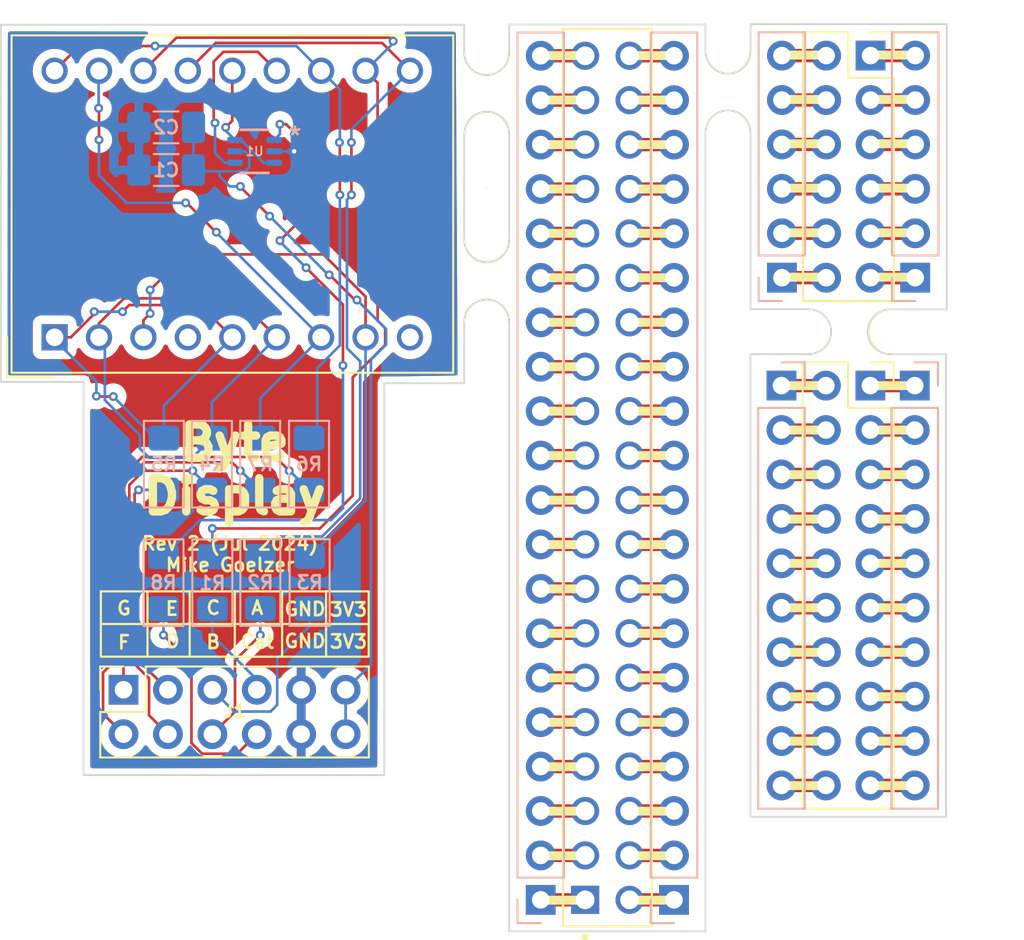
<source format=kicad_pcb>
(kicad_pcb (version 20240108) (generator "pcbnew") (generator_version "8.0")
  (layers (0 "F.Cu" signal) (31 "B.Cu" signal) (34 "B.Paste" user) (35 "F.Paste" user) (36 "B.SilkS" user "B.Silkscreen") (37 "F.SilkS" user "F.Silkscreen") (38 "B.Mask" user) (39 "F.Mask" user) (44 "Edge.Cuts" user))
  (net 0 "")
  (net 1 "+3V3")
  (net 2 "GND")
  (net 3 "7SEG_E")
  (net 4 "7SEG_CAT")
  (net 5 "7SEG_B")
  (net 6 "7SEG_G")
  (net 7 "7SEG_C")
  (net 8 "7SEG_F")
  (net 9 "7SEG_D")
  (net 10 "7SEG_A")
  (net 11 "/DIG_A")
  (net 12 "/DIG_B")
  (net 13 "/DIG_C")
  (net 14 "/DIG_D")
  (net 15 "/DIG_E")
  (net 16 "/DIG_F")
  (net 17 "/DIG_G")
  (net 18 "/CAT_SEL_IN")
  (net 19 "/DIG1_OUT")
  (net 20 "/DIG2_OUT")
  (net 23 "Net-(J2-Pin_10)")
  (net 24 "Net-(J2-Pin_5)")
  (net 25 "Net-(J2-Pin_9)")
  (net 26 "Net-(J2-Pin_6)")
  (net 27 "Net-(J2-Pin_3)")
  (net 28 "Net-(J2-Pin_11)")
  (net 29 "Net-(J2-Pin_8)")
  (net 30 "Net-(J2-Pin_1)")
  (net 31 "Net-(J2-Pin_2)")
  (net 32 "Net-(J2-Pin_7)")
  (net 33 "Net-(J2-Pin_12)")
  (net 34 "Net-(J2-Pin_4)")
  (net 35 "Net-(J6-Pin_5)")
  (net 36 "Net-(J7-Pin_9)")
  (net 37 "Net-(J7-Pin_16)")
  (net 38 "Net-(J7-Pin_15)")
  (net 39 "Net-(J7-Pin_6)")
  (net 40 "Net-(J6-Pin_14)")
  (net 41 "Net-(J6-Pin_13)")
  (net 42 "Net-(J6-Pin_3)")
  (net 43 "Net-(J6-Pin_10)")
  (net 44 "Net-(J7-Pin_5)")
  (net 45 "Net-(J7-Pin_17)")
  (net 46 "Net-(J6-Pin_12)")
  (net 47 "Net-(J6-Pin_6)")
  (net 48 "Net-(J6-Pin_1)")
  (net 49 "Net-(J6-Pin_17)")
  (net 50 "Net-(J7-Pin_2)")
  (net 51 "Net-(J6-Pin_19)")
  (net 52 "Net-(J6-Pin_16)")
  (net 53 "Net-(J6-Pin_2)")
  (net 54 "Net-(J6-Pin_20)")
  (net 55 "Net-(J7-Pin_8)")
  (net 56 "Net-(J6-Pin_11)")
  (net 57 "Net-(J7-Pin_13)")
  (net 58 "Net-(J7-Pin_10)")
  (net 59 "Net-(J6-Pin_7)")
  (net 60 "Net-(J6-Pin_15)")
  (net 61 "Net-(J7-Pin_1)")
  (net 62 "Net-(J7-Pin_18)")
  (net 63 "Net-(J7-Pin_19)")
  (net 64 "Net-(J6-Pin_18)")
  (net 65 "Net-(J7-Pin_3)")
  (net 66 "Net-(J7-Pin_20)")
  (net 67 "Net-(J7-Pin_14)")
  (net 68 "Net-(J7-Pin_4)")
  (net 69 "Net-(J7-Pin_12)")
  (net 70 "Net-(J6-Pin_4)")
  (net 71 "Net-(J6-Pin_9)")
  (net 72 "Net-(J6-Pin_8)")
  (net 73 "Net-(J7-Pin_11)")
  (net 74 "Net-(J7-Pin_7)")
  (net 75 "Net-(J8-Pin_18)")
  (net 76 "Net-(J8-Pin_8)")
  (net 77 "Net-(J10-Pin_8)")
  (net 78 "Net-(J8-Pin_6)")
  (net 79 "Net-(J8-Pin_4)")
  (net 80 "Net-(J8-Pin_16)")
  (net 81 "Net-(J10-Pin_2)")
  (net 82 "Net-(J10-Pin_6)")
  (net 83 "Net-(J10-Pin_7)")
  (net 84 "Net-(J10-Pin_3)")
  (net 85 "Net-(J8-Pin_12)")
  (net 86 "Net-(J8-Pin_14)")
  (net 87 "Net-(J10-Pin_5)")
  (net 88 "Net-(J8-Pin_10)")
  (net 89 "Net-(J10-Pin_4)")
  (net 90 "Net-(J10-Pin_10)")
  (net 91 "Net-(J8-Pin_20)")
  (net 92 "Net-(J8-Pin_2)")
  (net 93 "Net-(J10-Pin_1)")
  (net 94 "Net-(J10-Pin_9)")
  (footprint "Mousebites:mouse-bite-2.54mm-slot" (layer "F.Cu") (at 131.89 66.85 90)
    (property "Reference" "mouse-bite-2.54mm-slot" (hide yes))
    (property "Value" "VAL**" (hide yes))
  )
  (footprint "Connector_PinSocket_2.54mm:PinSocket_2x06_P2.54mm_Vertical" (layer "F.Cu") (at 153.84 64.68112)
    (property "Reference" "J2" (hide yes))
    (property "Value" "Conn_02x06_Odd_Even")
  )
  (footprint "Display_7Segment:DA56-11SURKWA" (layer "F.Cu") (at 107.1843 80.7879 90)
    (property "Reference" "U2" (hide yes))
    (property "Value" "DA56-11SURKWA")
  )
  (footprint "Mousebites:mouse-bite-2.54mm-slot" (layer "F.Cu") (at 131.89 77.58 90)
    (property "Reference" "mouse-bite-2.54mm-slot" (hide yes))
    (property "Value" "VAL**" (hide yes))
  )
  (footprint "7Seg Imported Footprints:Slot" (layer "F.Cu") (at 131.89 72.22)
    (property "Reference" "REF**" (hide yes))
    (property "Value" "Slot" (hide yes))
  )
  (footprint "Mousebites:mouse-bite-2.54mm-slot" (layer "F.Cu") (at 145.68 66.76 90)
    (property "Reference" "mouse-bite-2.54mm-slot" (hide yes))
    (property "Value" "VAL**" (hide yes))
  )
  (footprint "Connector_PinSocket_2.54mm:PinSocket_2x10_P2.54mm_Vertical" (layer "F.Cu") (at 153.824872 83.55)
    (property "Reference" "J8" (hide yes))
    (property "Value" "Conn_02x10_Odd_Even")
  )
  (footprint "Connector_PinSocket_2.54mm:PinSocket_2x06_P2.54mm_Vertical" (layer "F.Cu") (at 111.1246 100.9396 90)
    (property "Reference" "J1")
    (property "Value" "PH2RA-12-UA")
  )
  (footprint "Mousebites:mouse-bite-2.54mm-slot" (layer "F.Cu") (at 152.65 80.46)
    (property "Reference" "mouse-bite-2.54mm-slot" (hide yes))
    (property "Value" "VAL**" (hide yes))
  )
  (footprint "7Seg Imported Footprints:SULLINS_PPPC202LFBN-RC" (layer "F.Cu") (at 138.79 88.82 -90)
    (property "Reference" "J5" (hide yes))
    (property "Value" "PPPC202LFBN-RC")
  )
  (footprint "Capacitor_SMD:C_1206_3216Metric_Pad1.33x1.80mm_HandSolder" (layer "B.Cu") (at 113.5634 68.7832)
    (property "Reference" "C2")
    (property "Value" "10uF")
  )
  (footprint "PCM_Resistor_SMD_AKL:R_1206_3216Metric_Pad1.42x1.75mm_HandSolder" (layer "B.Cu") (at 113.4364 88.0396 90)
    (property "Reference" "R5")
    (property "Value" "820")
  )
  (footprint "PCM_Resistor_SMD_AKL:R_1206_3216Metric_Pad1.42x1.75mm_HandSolder" (layer "B.Cu") (at 121.7676 94.8071 90)
    (property "Reference" "R3")
    (property "Value" "820")
  )
  (footprint "PCM_Resistor_SMD_AKL:R_1206_3216Metric_Pad1.42x1.75mm_HandSolder" (layer "B.Cu") (at 116.205 94.8182 90)
    (property "Reference" "R1")
    (property "Value" "820")
  )
  (footprint "Connector_PinHeader_2.54mm:PinHeader_1x20_P2.54mm_Vertical" (layer "B.Cu") (at 134.98 112.95)
    (property "Reference" "J6" (hide yes))
    (property "Value" "Conn_01x20_Pin")
  )
  (footprint "PCM_Resistor_SMD_AKL:R_1206_3216Metric_Pad1.42x1.75mm_HandSolder" (layer "B.Cu") (at 121.733 88.0396 90)
    (property "Reference" "R6")
    (property "Value" "820")
  )
  (footprint "Capacitor_SMD:C_1206_3216Metric_Pad1.33x1.80mm_HandSolder" (layer "B.Cu") (at 113.5634 71.2216)
    (property "Reference" "C1")
    (property "Value" "0.1uF")
  )
  (footprint "Connector_PinHeader_2.54mm:PinHeader_1x06_P2.54mm_Vertical" (layer "B.Cu") (at 148.77 77.38)
    (property "Reference" "J3" (hide yes))
    (property "Value" "Conn_01x06_Pin")
  )
  (footprint "7Seg Imported Footprints:SC70-6_ONS" (layer "B.Cu") (at 118.618 70.1548 180)
    (property "Reference" "U1")
    (property "Value" "NL27WZ14DFT2G")
  )
  (footprint "PCM_Resistor_SMD_AKL:R_1206_3216Metric_Pad1.42x1.75mm_HandSolder" (layer "B.Cu") (at 118.939 88.0396 90)
    (property "Reference" "R7")
    (property "Value" "820")
  )
  (footprint "Connector_PinHeader_2.54mm:PinHeader_1x10_P2.54mm_Vertical" (layer "B.Cu") (at 148.744552 83.55 180)
    (property "Reference" "J9" (hide yes))
    (property "Value" "Conn_01x10_Pin")
  )
  (footprint "Connector_PinHeader_2.54mm:PinHeader_1x06_P2.54mm_Vertical" (layer "B.Cu") (at 156.39 77.38)
    (property "Reference" "J4" (hide yes))
    (property "Value" "Conn_01x06_Pin")
  )
  (footprint "PCM_Resistor_SMD_AKL:R_1206_3216Metric_Pad1.42x1.75mm_HandSolder" (layer "B.Cu") (at 118.9482 94.8071 90)
    (property "Reference" "R2")
    (property "Value" "820")
  )
  (footprint "PCM_Resistor_SMD_AKL:R_1206_3216Metric_Pad1.42x1.75mm_HandSolder" (layer "B.Cu") (at 113.411 94.8182 90)
    (property "Reference" "R8")
    (property "Value" "820")
  )
  (footprint "Connector_PinHeader_2.54mm:PinHeader_1x20_P2.54mm_Vertical" (layer "B.Cu") (at 142.6 112.95)
    (property "Reference" "J7" (hide yes))
    (property "Value" "Conn_01x20_Pin")
  )
  (footprint "Connector_PinHeader_2.54mm:PinHeader_1x10_P2.54mm_Vertical" (layer "B.Cu") (at 156.364552 83.55 180)
    (property "Reference" "J10" (hide yes))
    (property "Value" "Conn_01x10_Pin")
  )
  (footprint "PCM_Resistor_SMD_AKL:R_1206_3216Metric_Pad1.42x1.75mm_HandSolder" (layer "B.Cu") (at 116.1796 88.0396 90)
    (property "Reference" "R4")
    (property "Value" "820")
  )
  (gr_line (start 140.05 102.8) (end 142.55 102.8) (stroke (width 0.508)) (layer "F.SilkS"))
  (gr_line (start 153.89 101.34) (end 156.39 101.34) (stroke (width 0.508)) (layer "F.SilkS"))
  (gr_line (start 135.09 67.22) (end 137.59 67.22) (stroke (width 0.508)) (layer "F.SilkS"))
  (gr_line (start 134.99 110.43) (end 137.49 110.43) (stroke (width 0.508)) (layer "F.SilkS"))
  (gr_line (start 148.77 91.18) (end 151.27 91.18) (stroke (width 0.508)) (layer "F.SilkS"))
  (gr_line (start 140.19 67.22) (end 142.69 67.22) (stroke (width 0.508)) (layer "F.SilkS"))
  (gr_line (start 134.99 90.1) (end 137.49 90.1) (stroke (width 0.508)) (layer "F.SilkS"))
  (gr_line (start 140.12 95.17) (end 142.62 95.17) (stroke (width 0.508)) (layer "F.SilkS"))
  (gr_line (start 153.8 98.8) (end 156.3 98.8) (stroke (width 0.508)) (layer "F.SilkS"))
  (gr_line (start 140.06 107.88) (end 142.56 107.88) (stroke (width 0.508)) (layer "F.SilkS"))
  (gr_line (start 135.03 107.88) (end 137.53 107.88) (stroke (width 0.508)) (layer "F.SilkS"))
  (gr_line (start 153.88 64.65) (end 156.38 64.65) (stroke (width 0.508)) (layer "F.SilkS"))
  (gr_line (start 148.8 74.81) (end 151.3 74.81) (stroke (width 0.508)) (layer "F.SilkS"))
  (gr_line (start 153.82 103.88) (end 156.32 103.88) (stroke (width 0.508)) (layer "F.SilkS"))
  (gr_line (start 140.09 90.1) (end 142.59 90.1) (stroke (width 0.508)) (layer "F.SilkS"))
  (gr_line (start 134.99 69.77) (end 137.49 69.77) (stroke (width 0.508)) (layer "F.SilkS"))
  (gr_line (start 140.1 85.01) (end 142.6 85.01) (stroke (width 0.508)) (layer "F.SilkS"))
  (gr_line (start 153.91 106.42) (end 156.41 106.42) (stroke (width 0.508)) (layer "F.SilkS"))
  (gr_line (start 140.1 64.68) (end 142.6 64.68) (stroke (width 0.508)) (layer "F.SilkS"))
  (gr_line (start 140.18 92.64) (end 142.68 92.64) (stroke (width 0.508)) (layer "F.SilkS"))
  (gr_line (start 134.99 102.8) (end 137.49 102.8) (stroke (width 0.508)) (layer "F.SilkS"))
  (gr_line (start 140.05 100.26) (end 142.55 100.26) (stroke (width 0.508)) (layer "F.SilkS"))
  (gr_line (start 140.12 74.84) (end 142.62 74.84) (stroke (width 0.508)) (layer "F.SilkS"))
  (gr_line (start 135.11 77.38) (end 137.61 77.38) (stroke (width 0.508)) (layer "F.SilkS"))
  (gr_line (start 148.68 88.64) (end 151.18 88.64) (stroke (width 0.508)) (layer "F.SilkS"))
  (gr_line (start 140.2 82.47) (end 142.7 82.47) (stroke (width 0.508)) (layer "F.SilkS"))
  (gr_line (start 135 64.68) (end 137.5 64.68) (stroke (width 0.508)) (layer "F.SilkS"))
  (gr_line (start 114.9096 99.0346) (end 114.9096 95.3008) (stroke (width 0.127)) (layer "F.SilkS"))
  (gr_line (start 153.88 86.09) (end 156.38 86.09) (stroke (width 0.508)) (layer "F.SilkS"))
  (gr_line (start 135.02 95.17) (end 137.52 95.17) (stroke (width 0.508)) (layer "F.SilkS"))
  (gr_rect (start 109.8296 95.3135) (end 125.1458 99.0473) (stroke (width 0.127)) (fill none) (layer "F.SilkS"))
  (gr_line (start 125.1458 97.1804) (end 109.8296 97.1804) (stroke (width 0.127)) (layer "F.SilkS"))
  (gr_line (start 135.01 100.26) (end 137.51 100.26) (stroke (width 0.508)) (layer "F.SilkS"))
  (gr_line (start 117.4877 99.0473) (end 117.4877 95.3135) (stroke (width 0.127)) (layer "F.SilkS"))
  (gr_line (start 112.4966 99.0092) (end 112.4966 95.3516) (stroke (width 0.127)) (layer "F.SilkS"))
  (gr_line (start 148.78 86.09) (end 151.28 86.09) (stroke (width 0.508)) (layer "F.SilkS"))
  (gr_line (start 135.01 79.93) (end 137.51 79.93) (stroke (width 0.508)) (layer "F.SilkS"))
  (gr_line (start 148.71 93.71) (end 151.21 93.71) (stroke (width 0.508)) (layer "F.SilkS"))
  (gr_line (start 148.89 77.35) (end 151.39 77.35) (stroke (width 0.508)) (layer "F.SilkS"))
  (gr_line (start 148.79 101.34) (end 151.29 101.34) (stroke (width 0.508)) (layer "F.SilkS"))
  (gr_line (start 148.8 96.25) (end 151.3 96.25) (stroke (width 0.508)) (layer "F.SilkS"))
  (gr_line (start 140.04 105.34) (end 142.54 105.34) (stroke (width 0.508)) (layer "F.SilkS"))
  (gr_line (start 153.87 91.18) (end 156.37 91.18) (stroke (width 0.508)) (layer "F.SilkS"))
  (gr_line (start 153.79 83.55) (end 156.29 83.55) (stroke (width 0.508)) (layer "F.SilkS"))
  (gr_line (start 140.21 97.71) (end 142.71 97.71) (stroke (width 0.508)) (layer "F.SilkS"))
  (gr_line (start 135.02 74.84) (end 137.52 74.84) (stroke (width 0.508)) (layer "F.SilkS"))
  (gr_line (start 140.09 69.77) (end 142.59 69.77) (stroke (width 0.508)) (layer "F.SilkS"))
  (gr_line (start 135.09 87.55) (end 137.59 87.55) (stroke (width 0.508)) (layer "F.SilkS"))
  (gr_line (start 148.72 103.88) (end 151.22 103.88) (stroke (width 0.508)) (layer "F.SilkS"))
  (gr_line (start 148.78 64.65) (end 151.28 64.65) (stroke (width 0.508)) (layer "F.SilkS"))
  (gr_line (start 135.03 105.34) (end 137.53 105.34) (stroke (width 0.508)) (layer "F.SilkS"))
  (gr_line (start 140.05 112.97) (end 142.55 112.97) (stroke (width 0.508)) (layer "F.SilkS"))
  (gr_line (start 140.19 87.55) (end 142.69 87.55) (stroke (width 0.508)) (layer "F.SilkS"))
  (gr_line (start 148.69 83.55) (end 151.19 83.55) (stroke (width 0.508)) (layer "F.SilkS"))
  (gr_line (start 120.1928 99.0346) (end 120.1928 95.3008) (stroke (width 0.127)) (layer "F.SilkS"))
  (gr_line (start 148.81 106.42) (end 151.31 106.42) (stroke (width 0.508)) (layer "F.SilkS"))
  (gr_line (start 148.9 72.26) (end 151.4 72.26) (stroke (width 0.508)) (layer "F.SilkS"))
  (gr_line (start 140.18 72.31) (end 142.68 72.31) (stroke (width 0.508)) (layer "F.SilkS"))
  (gr_line (start 140.03 110.43) (end 142.53 110.43) (stroke (width 0.508)) (layer "F.SilkS"))
  (gr_line (start 153.78 88.64) (end 156.28 88.64) (stroke (width 0.508)) (layer "F.SilkS"))
  (gr_line (start 148.87 67.19) (end 151.37 67.19) (stroke (width 0.508)) (layer "F.SilkS"))
  (gr_line (start 135.08 72.31) (end 137.58 72.31) (stroke (width 0.508)) (layer "F.SilkS"))
  (gr_line (start 153.81 93.71) (end 156.31 93.71) (stroke (width 0.508)) (layer "F.SilkS"))
  (gr_line (start 153.99 77.35) (end 156.49 77.35) (stroke (width 0.508)) (layer "F.SilkS"))
  (gr_line (start 135.02 112.97) (end 137.52 112.97) (stroke (width 0.508)) (layer "F.SilkS"))
  (gr_line (start 135.08 92.64) (end 137.58 92.64) (stroke (width 0.508)) (layer "F.SilkS"))
  (gr_line (start 148.7 98.8) (end 151.2 98.8) (stroke (width 0.508)) (layer "F.SilkS"))
  (gr_line (start 122.7074 99.0092) (end 122.7074 95.3008) (stroke (width 0.127)) (layer "F.SilkS"))
  (gr_line (start 153.97 67.19) (end 156.47 67.19) (stroke (width 0.508)) (layer "F.SilkS"))
  (gr_line (start 148.81 69.72) (end 151.31 69.72) (stroke (width 0.508)) (layer "F.SilkS"))
  (gr_line (start 140.21 77.38) (end 142.71 77.38) (stroke (width 0.508)) (layer "F.SilkS"))
  (gr_line (start 153.9 74.81) (end 156.4 74.81) (stroke (width 0.508)) (layer "F.SilkS"))
  (gr_line (start 135.11 97.71) (end 137.61 97.71) (stroke (width 0.508)) (layer "F.SilkS"))
  (gr_line (start 135.1 82.47) (end 137.6 82.47) (stroke (width 0.508)) (layer "F.SilkS"))
  (gr_line (start 154 72.26) (end 156.5 72.26) (stroke (width 0.508)) (layer "F.SilkS"))
  (gr_line (start 135 85.01) (end 137.5 85.01) (stroke (width 0.508)) (layer "F.SilkS"))
  (gr_line (start 153.9 96.25) (end 156.4 96.25) (stroke (width 0.508)) (layer "F.SilkS"))
  (gr_line (start 140.11 79.93) (end 142.61 79.93) (stroke (width 0.508)) (layer "F.SilkS"))
  (gr_line (start 153.91 69.72) (end 156.41 69.72) (stroke (width 0.508)) (layer "F.SilkS"))
  (gr_arc (start 130.6068 69.19) (mid 131.884872 67.888699) (end 133.178477 69.174561) (stroke (width 0.1016)) (layer "Edge.Cuts"))
  (gr_line (start 133.178477 69.174561) (end 133.178477 75.184561) (stroke (width 0.1016)) (layer "Edge.Cuts"))
  (gr_line (start 130.6068 69.19) (end 130.6068 75.2) (stroke (width 0.1016)) (layer "Edge.Cuts"))
  (gr_line (start 133.178072 79.915862) (end 133.178072 114.75) (stroke (width 0.1016)) (layer "Edge.Cuts"))
  (gr_line (start 144.4 114.75) (end 144.4 69.11) (stroke (width 0.1016)) (layer "Edge.Cuts"))
  (gr_arc (start 133.178072 75.184561) (mid 131.9 76.485862) (end 130.606395 75.2) (stroke (width 0.1016)) (layer "Edge.Cuts"))
  (gr_line (start 133.178477 62.9) (end 144.4 62.9) (stroke (width 0.1016)) (layer "Edge.Cuts"))
  (gr_line (start 104.1146 62.9158) (end 130.6068 62.9158) (stroke (width 0.1016)) (layer "Edge.Cuts"))
  (gr_arc (start 146.973605 64.415862) (mid 145.695533 65.717163) (end 144.401928 64.431301) (stroke (width 0.1016)) (layer "Edge.Cuts"))
  (gr_line (start 146.973605 69.095862) (end 146.973605 79.18) (stroke (width 0.1016)) (layer "Edge.Cuts"))
  (gr_line (start 158.19 79.19) (end 154.98 79.19) (stroke (width 0.1016)) (layer "Edge.Cuts"))
  (gr_arc (start 144.401928 69.111301) (mid 145.68 67.81) (end 146.973605 69.095862) (stroke (width 0.1016)) (layer "Edge.Cuts"))
  (gr_line (start 158.15 108.2) (end 158.15 81.76) (stroke (width 0.1016)) (layer "Edge.Cuts"))
  (gr_line (start 126.0348 105.8164) (end 108.839 105.8164) (stroke (width 0.1016)) (layer "Edge.Cuts"))
  (gr_line (start 108.839 105.8164) (end 108.839 83.3374) (stroke (width 0.1016)) (layer "Edge.Cuts"))
  (gr_line (start 146.968477 81.75) (end 146.968477 108.2) (stroke (width 0.1016)) (layer "Edge.Cuts"))
  (gr_line (start 104.1146 83.3374) (end 104.1146 62.9158) (stroke (width 0.1016)) (layer "Edge.Cuts"))
  (gr_line (start 130.6068 62.9158) (end 130.6068 64.51) (stroke (width 0.1016)) (layer "Edge.Cuts"))
  (gr_line (start 158.15 81.76) (end 154.98 81.76) (stroke (width 0.1016)) (layer "Edge.Cuts"))
  (gr_arc (start 154.98 81.75456) (mid 153.682231 80.47228) (end 154.98 79.19) (stroke (width 0.1016)) (layer "Edge.Cuts"))
  (gr_line (start 130.6068 83.4136) (end 126.0348 83.4136) (stroke (width 0.1016)) (layer "Edge.Cuts"))
  (gr_arc (start 150.288699 79.181267) (mid 151.59 80.459339) (end 150.304138 81.752944) (stroke (width 0.1016)) (layer "Edge.Cuts"))
  (gr_line (start 133.178477 64.494561) (end 133.178477 62.9) (stroke (width 0.1016)) (layer "Edge.Cuts"))
  (gr_arc (start 133.178477 64.494561) (mid 131.900405 65.795862) (end 130.6068 64.51) (stroke (width 0.1016)) (layer "Edge.Cuts"))
  (gr_line (start 108.839 83.3374) (end 104.1146 83.3374) (stroke (width 0.1016)) (layer "Edge.Cuts"))
  (gr_line (start 126.0348 83.4136) (end 126.0348 105.8164) (stroke (width 0.1016)) (layer "Edge.Cuts"))
  (gr_line (start 146.97 79.18) (end 150.29 79.18) (stroke (width 0.1016)) (layer "Edge.Cuts"))
  (gr_line (start 146.973605 64.415862) (end 146.973605 62.88) (stroke (width 0.1016)) (layer "Edge.Cuts"))
  (gr_line (start 133.178072 114.75) (end 144.4 114.75) (stroke (width 0.1016)) (layer "Edge.Cuts"))
  (gr_line (start 146.973605 62.88) (end 158.195128 62.88) (stroke (width 0.1016)) (layer "Edge.Cuts"))
  (gr_line (start 146.968477 108.2) (end 158.15 108.2) (stroke (width 0.1016)) (layer "Edge.Cuts"))
  (gr_line (start 146.973605 81.75) (end 150.304138 81.75) (stroke (width 0.1016)) (layer "Edge.Cuts"))
  (gr_arc (start 130.606395 79.931301) (mid 131.884467 78.63) (end 133.178072 79.915862) (stroke (width 0.1016)) (layer "Edge.Cuts"))
  (gr_line (start 158.195128 62.885862) (end 158.195128 79.19) (stroke (width 0.1016)) (layer "Edge.Cuts"))
  (gr_line (start 130.6068 79.93) (end 130.6068 83.4136) (stroke (width 0.1016)) (layer "Edge.Cuts"))
  (gr_line (start 144.4 62.9) (end 144.4 64.431301) (stroke (width 0.1016)) (layer "Edge.Cuts"))
  (gr_text "E" (at 113.8936 96.7486 0) (layer "F.SilkS") (effects (font (size 0.762 0.762) (thickness 0.1524) (bold yes)) (justify bottom)))
  (gr_text "Cat" (at 117.729 98.6282 0) (layer "F.SilkS") (effects (font (size 0.762 0.762) (thickness 0.1524) (bold yes)) (justify left bottom)))
  (gr_text "G" (at 111.1504 96.7232 0) (layer "F.SilkS") (effects (font (size 0.762 0.762) (thickness 0.1524) (bold yes)) (justify bottom)))
  (gr_text "Byte\nDisplay" (at 117.48 91 0) (layer "F.SilkS") (effects (font (size 1.905 1.905) (thickness 0.47625) (bold yes)) (justify bottom)))
  (gr_text "C" (at 116.2558 96.6978 0) (layer "F.SilkS") (effects (font (size 0.762 0.762) (thickness 0.1524) (bold yes)) (justify bottom)))
  (gr_text "B" (at 116.2558 98.6536 0) (layer "F.SilkS") (effects (font (size 0.762 0.762) (thickness 0.1524) (bold yes)) (justify bottom)))
  (gr_text "3V3" (at 122.8344 96.7994 0) (layer "F.SilkS") (effects (font (size 0.762 0.762) (thickness 0.1524) (bold yes)) (justify left bottom)))
  (gr_text "A" (at 118.7704 96.6978 0) (layer "F.SilkS") (effects (font (size 0.762 0.762) (thickness 0.1524) (bold yes)) (justify bottom)))
  (gr_text "GND" (at 120.2436 96.774 0) (layer "F.SilkS") (effects (font (size 0.762 0.762) (thickness 0.1524) (bold yes)) (justify left bottom)))
  (gr_text "D" (at 113.9444 98.6028 0) (layer "F.SilkS") (effects (font (size 0.762 0.762) (thickness 0.1524) (bold yes)) (justify bottom)))
  (gr_text "Rev 2 (Jul 2024)\nMike Goelzer" (at 117.22 94.25 0) (layer "F.SilkS") (effects (font (size 0.762 0.762) (thickness 0.1524) (bold yes)) (justify bottom)))
  (gr_text "3V3" (at 122.8344 98.6282 0) (layer "F.SilkS") (effects (font (size 0.762 0.762) (thickness 0.1524) (bold yes)) (justify left bottom)))
  (gr_text "GND" (at 120.2436 98.6028 0) (layer "F.SilkS") (effects (font (size 0.762 0.762) (thickness 0.1524) (bold yes)) (justify left bottom)))
  (gr_text "F" (at 111.1504 98.679 0) (layer "F.SilkS") (effects (font (size 0.762 0.762) (thickness 0.1524) (bold yes)) (justify bottom)))
  (segment (start 119.4816 73.8632) (end 117.8052 72.1868) (width 0.1524) (layer "F.Cu") (net 1))
  (segment (start 124.4727 78.6511) (end 124.3457 78.6511) (width 0.1524) (layer "F.Cu") (net 1))
  (segment (start 124.3457 78.6511) (end 122.9106 77.216) (width 0.1524) (layer "F.Cu") (net 1))
  (segment (start 122.9106 77.216) (end 122.8852 77.216) (width 0.1524) (layer "F.Cu") (net 1))
  (via (at 117.8052 72.1614) (size 0.508) (drill 0.254) (layers "F.Cu" "B.Cu") (net 1))
  (via (at 119.4816 73.8632) (size 0.508) (drill 0.254) (layers "F.Cu" "B.Cu") (net 1))
  (via (at 124.4727 78.6511) (size 0.508) (drill 0.254) (layers "F.Cu" "B.Cu") (net 1))
  (via (at 122.8852 77.216) (size 0.508) (drill 0.254) (layers "F.Cu" "B.Cu") (net 1))
  (segment (start 126.1364 81.2038) (end 125.2691 82.0711) (width 0.1524) (layer "B.Cu") (net 1))
  (segment (start 124.4727 78.6511) (end 126.1364 80.3148) (width 0.1524) (layer "B.Cu") (net 1))
  (segment (start 125.2691 99.4951) (end 123.8246 100.9396) (width 0.1524) (layer "B.Cu") (net 1))
  (segment (start 118.086899 71.2978) (end 118.3132 71.071499) (width 0.1524) (layer "B.Cu") (net 1))
  (segment (start 126.1364 80.3148) (end 126.1364 81.2038) (width 0.1524) (layer "B.Cu") (net 1))
  (segment (start 118.057649 70.1548) (end 117.5004 70.1548) (width 0.1524) (layer "B.Cu") (net 1))
  (segment (start 118.3132 71.071499) (end 118.3132 70.410351) (width 0.1524) (layer "B.Cu") (net 1))
  (segment (start 115.1259 71.2216) (end 115.5577 71.6534) (width 0.1524) (layer "B.Cu") (net 1))
  (segment (start 115.1259 68.7832) (end 115.1259 71.2216) (width 0.1524) (layer "B.Cu") (net 1))
  (segment (start 122.8344 77.216) (end 119.4816 73.8632) (width 0.1524) (layer "B.Cu") (net 1))
  (segment (start 125.2691 82.0711) (end 125.2691 99.4951) (width 0.1524) (layer "B.Cu") (net 1))
  (segment (start 117.8052 72.1868) (end 117.8052 72.1614) (width 0.1524) (layer "B.Cu") (net 1))
  (segment (start 115.2021 71.2978) (end 118.086899 71.2978) (width 0.1524) (layer "B.Cu") (net 1))
  (segment (start 115.1259 71.2216) (end 115.2021 71.2978) (width 0.1524) (layer "B.Cu") (net 1))
  (segment (start 117.1956 72.1614) (end 116.6114 71.5772) (width 0.1524) (layer "B.Cu") (net 1))
  (segment (start 117.8052 72.1614) (end 117.1956 72.1614) (width 0.1524) (layer "B.Cu") (net 1))
  (segment (start 123.8246 103.4796) (end 123.8246 100.9396) (width 0.1524) (layer "B.Cu") (net 1))
  (segment (start 118.3132 70.410351) (end 118.057649 70.1548) (width 0.1524) (layer "B.Cu") (net 1))
  (segment (start 122.8852 77.216) (end 122.8344 77.216) (width 0.1524) (layer "B.Cu") (net 1))
  (segment (start 116.6114 71.5772) (end 116.6114 71.2978) (width 0.1524) (layer "B.Cu") (net 1))
  (via (at 120.8786 70.1548) (size 0.508) (drill 0.254) (layers "F.Cu" "B.Cu") (net 2))
  (segment (start 120.8786 70.1548) (end 119.7356 70.1548) (width 0.1524) (layer "B.Cu") (net 2))
  (segment (start 120.8786 70.1548) (end 120.65 70.1548) (width 0.1524) (layer "B.Cu") (net 2))
  (segment (start 111.9886 89.5096) (end 111.9124 89.4842) (width 0.1524) (layer "F.Cu") (net 3))
  (segment (start 111.76 89.7382) (end 111.9886 89.5096) (width 0.1524) (layer "F.Cu") (net 3))
  (segment (start 113.6646 100.9396) (end 111.76 99.035) (width 0.1524) (layer "F.Cu") (net 3))
  (segment (start 111.76 99.035) (end 111.76 89.7382) (width 0.1524) (layer "F.Cu") (net 3))
  (via (at 111.9886 89.5096) (size 0.508) (drill 0.254) (layers "F.Cu" "B.Cu") (net 3))
  (segment (start 113.4189 89.5096) (end 113.4364 89.5271) (width 0.1524) (layer "B.Cu") (net 3))
  (segment (start 111.9886 89.5096) (end 113.4189 89.5096) (width 0.1524) (layer "B.Cu") (net 3))
  (segment (start 115.0112 103.9876) (end 115.6208 104.5972) (width 0.1524) (layer "F.Cu") (net 4))
  (segment (start 115.6208 104.5972) (end 117.627 104.5972) (width 0.1524) (layer "F.Cu") (net 4))
  (segment (start 115.0112 99.4156) (end 115.0112 103.9876) (width 0.1524) (layer "F.Cu") (net 4))
  (segment (start 113.411 97.8154) (end 115.0112 99.4156) (width 0.1524) (layer "F.Cu") (net 4))
  (segment (start 117.627 104.5972) (end 118.7446 103.4796) (width 0.1524) (layer "F.Cu") (net 4))
  (via (at 113.411 97.8154) (size 0.508) (drill 0.254) (layers "F.Cu" "B.Cu") (net 4))
  (segment (start 113.411 96.3057) (end 113.411 97.8154) (width 0.1524) (layer "B.Cu") (net 4))
  (segment (start 113.411 97.8154) (end 113.411 97.7646) (width 0.1524) (layer "B.Cu") (net 4))
  (segment (start 117.5004 102.1838) (end 116.2046 103.4796) (width 0.1524) (layer "F.Cu") (net 5))
  (segment (start 118.9482 97.8154) (end 117.5004 99.2632) (width 0.1524) (layer "F.Cu") (net 5))
  (segment (start 117.5004 99.2632) (end 117.5004 102.1838) (width 0.1524) (layer "F.Cu") (net 5))
  (via (at 118.9482 97.8154) (size 0.508) (drill 0.254) (layers "F.Cu" "B.Cu") (net 5))
  (segment (start 118.9482 96.2946) (end 118.9482 97.8154) (width 0.1524) (layer "B.Cu") (net 5))
  (segment (start 118.9482 97.8154) (end 118.9482 97.7392) (width 0.1524) (layer "B.Cu") (net 5))
  (segment (start 117.8052 88.4174) (end 117.3226 87.9348) (width 0.1524) (layer "F.Cu") (net 6))
  (segment (start 112.319548 87.9348) (end 111.1246 89.129748) (width 0.1524) (layer "F.Cu") (net 6))
  (segment (start 117.3226 87.9348) (end 112.319548 87.9348) (width 0.1524) (layer "F.Cu") (net 6))
  (segment (start 111.1246 89.129748) (end 111.1246 100.9396) (width 0.1524) (layer "F.Cu") (net 6))
  (segment (start 117.8052 88.392) (end 117.8052 88.4174) (width 0.1524) (layer "F.Cu") (net 6))
  (via (at 117.8052 88.4174) (size 0.508) (drill 0.254) (layers "F.Cu" "B.Cu") (net 6))
  (segment (start 117.8293 88.4174) (end 118.939 89.5271) (width 0.1524) (layer "B.Cu") (net 6))
  (segment (start 117.8052 88.4174) (end 117.8293 88.4174) (width 0.1524) (layer "B.Cu") (net 6))
  (segment (start 121.7676 97.3074) (end 121.7676 96.2946) (width 0.1524) (layer "B.Cu") (net 7))
  (segment (start 116.2046 100.9396) (end 117.4492 102.1842) (width 0.1524) (layer "B.Cu") (net 7))
  (segment (start 119.5324 102.1842) (end 119.9134 101.8032) (width 0.1524) (layer "B.Cu") (net 7))
  (segment (start 119.9134 99.1616) (end 121.7676 97.3074) (width 0.1524) (layer "B.Cu") (net 7))
  (segment (start 119.9134 101.8032) (end 119.9134 99.1616) (width 0.1524) (layer "B.Cu") (net 7))
  (segment (start 117.4492 102.1842) (end 119.5324 102.1842) (width 0.1524) (layer "B.Cu") (net 7))
  (segment (start 112.193296 87.63) (end 119.8118 87.63) (width 0.1524) (layer "F.Cu") (net 8))
  (segment (start 110.8198 89.003496) (end 112.193296 87.63) (width 0.1524) (layer "F.Cu") (net 8))
  (segment (start 109.9566 99.9504) (end 110.8198 99.0872) (width 0.1524) (layer "F.Cu") (net 8))
  (segment (start 119.8118 87.63) (end 120.5992 88.4174) (width 0.1524) (layer "F.Cu") (net 8))
  (segment (start 110.8198 99.0872) (end 110.8198 89.003496) (width 0.1524) (layer "F.Cu") (net 8))
  (segment (start 111.1246 103.4796) (end 109.982 102.337) (width 0.1524) (layer "F.Cu") (net 8))
  (segment (start 109.9566 102.3116) (end 109.9566 99.9504) (width 0.1524) (layer "F.Cu") (net 8))
  (segment (start 111.1246 103.4796) (end 109.9566 102.3116) (width 0.1524) (layer "F.Cu") (net 8))
  (via (at 120.5992 88.4174) (size 0.508) (drill 0.254) (layers "F.Cu" "B.Cu") (net 8))
  (segment (start 120.5992 88.4174) (end 120.6233 88.4174) (width 0.1524) (layer "B.Cu") (net 8))
  (segment (start 120.6233 88.4174) (end 121.733 89.5271) (width 0.1524) (layer "B.Cu") (net 8))
  (segment (start 112.268 88.4174) (end 115.0874 88.4174) (width 0.1524) (layer "F.Cu") (net 9))
  (segment (start 113.6646 103.4796) (end 112.585675 102.400675) (width 0.1524) (layer "F.Cu") (net 9))
  (segment (start 111.4552 89.2302) (end 112.268 88.4174) (width 0.1524) (layer "F.Cu") (net 9))
  (segment (start 112.585675 100.291726) (end 111.4552 99.161251) (width 0.1524) (layer "F.Cu") (net 9))
  (segment (start 111.4552 99.161251) (end 111.4552 89.2302) (width 0.1524) (layer "F.Cu") (net 9))
  (segment (start 112.585675 102.400675) (end 112.585675 100.291726) (width 0.1524) (layer "F.Cu") (net 9))
  (via (at 115.0874 88.4174) (size 0.508) (drill 0.254) (layers "F.Cu" "B.Cu") (net 9))
  (segment (start 115.0874 88.4174) (end 115.0874 88.4349) (width 0.1524) (layer "B.Cu") (net 9))
  (segment (start 115.0874 88.4349) (end 116.1796 89.5271) (width 0.1524) (layer "B.Cu") (net 9))
  (segment (start 118.7446 100.9396) (end 118.7446 100.355) (width 0.1524) (layer "B.Cu") (net 10))
  (segment (start 118.7446 100.355) (end 116.205 97.8154) (width 0.1524) (layer "B.Cu") (net 10))
  (segment (start 116.205 97.8154) (end 116.205 96.3057) (width 0.1524) (layer "B.Cu") (net 10))
  (segment (start 124.2314 83.0834) (end 126.0856 81.2292) (width 0.1524) (layer "F.Cu") (net 11))
  (segment (start 114.1598 63.6524) (end 112.2643 65.5479) (width 0.1524) (layer "F.Cu") (net 11))
  (segment (start 124.2314 89.8398) (end 124.2314 83.0834) (width 0.1524) (layer "F.Cu") (net 11))
  (segment (start 125.6538 66.2374) (end 124.9643 65.5479) (width 0.1524) (layer "F.Cu") (net 11))
  (segment (start 126.0856 81.2292) (end 126.0856 80.264) (width 0.1524) (layer "F.Cu") (net 11))
  (segment (start 126.5428 63.8556) (end 126.3396 63.6524) (width 0.1524) (layer "F.Cu") (net 11))
  (segment (start 116.205 91.7194) (end 122.3518 91.7194) (width 0.1524) (layer "F.Cu") (net 11))
  (segment (start 126.0856 80.264) (end 125.6538 79.8322) (width 0.1524) (layer "F.Cu") (net 11))
  (segment (start 126.3396 63.6524) (end 114.1598 63.6524) (width 0.1524) (layer "F.Cu") (net 11))
  (segment (start 125.6538 79.8322) (end 125.6538 66.2374) (width 0.1524) (layer "F.Cu") (net 11))
  (segment (start 122.3518 91.7194) (end 124.2314 89.8398) (width 0.1524) (layer "F.Cu") (net 11))
  (via (at 116.205 91.7194) (size 0.508) (drill 0.254) (layers "F.Cu" "B.Cu") (net 11))
  (via (at 126.5428 63.8556) (size 0.508) (drill 0.254) (layers "F.Cu" "B.Cu") (net 11))
  (segment (start 126.5428 63.9694) (end 124.9643 65.5479) (width 0.1524) (layer "B.Cu") (net 11))
  (segment (start 126.5428 63.8556) (end 126.5428 63.9694) (width 0.1524) (layer "B.Cu") (net 11))
  (segment (start 116.205 93.3307) (end 116.205 91.7194) (width 0.1524) (layer "B.Cu") (net 11))
  (segment (start 124.1552 72.6694) (end 124.1552 69.6468) (width 0.1524) (layer "F.Cu") (net 12))
  (segment (start 116.395 63.9572) (end 125.9136 63.9572) (width 0.1524) (layer "F.Cu") (net 12))
  (segment (start 114.8043 65.5479) (end 116.395 63.9572) (width 0.1524) (layer "F.Cu") (net 12))
  (segment (start 125.9136 63.9572) (end 127.5043 65.5479) (width 0.1524) (layer "F.Cu") (net 12))
  (via (at 124.1552 72.644) (size 0.508) (drill 0.254) (layers "F.Cu" "B.Cu") (net 12))
  (via (at 124.1552 69.6468) (size 0.508) (drill 0.254) (layers "F.Cu" "B.Cu") (net 12))
  (segment (start 122.479548 92.1766) (end 124.6595 89.996648) (width 0.1524) (layer "B.Cu") (net 12))
  (segment (start 123.9012 72.9234) (end 124.1552 72.6694) (width 0.1524) (layer "B.Cu") (net 12))
  (segment (start 124.1552 69.6468) (end 124.1552 68.897) (width 0.1524) (layer "B.Cu") (net 12))
  (segment (start 124.6595 82.1653) (end 123.9012 81.407) (width 0.1524) (layer "B.Cu") (net 12))
  (segment (start 124.6595 89.996648) (end 124.6595 82.1653) (width 0.1524) (layer "B.Cu") (net 12))
  (segment (start 120.0912 92.1766) (end 122.479548 92.1766) (width 0.1524) (layer "B.Cu") (net 12))
  (segment (start 123.9012 81.407) (end 123.9012 72.9234) (width 0.1524) (layer "B.Cu") (net 12))
  (segment (start 124.1552 68.897) (end 127.5043 65.5479) (width 0.1524) (layer "B.Cu") (net 12))
  (segment (start 118.9482 93.3196) (end 120.0912 92.1766) (width 0.1524) (layer "B.Cu") (net 12))
  (segment (start 124.9643 78.4602) (end 124.9643 80.7879) (width 0.1524) (layer "F.Cu") (net 13))
  (segment (start 112.2643 80.7879) (end 112.2643 79.8105) (width 0.1524) (layer "F.Cu") (net 13))
  (segment (start 122.5517 76.0476) (end 124.9643 78.4602) (width 0.1524) (layer "F.Cu") (net 13))
  (segment (start 112.649 78.0796) (end 114.681 76.0476) (width 0.1524) (layer "F.Cu") (net 13))
  (segment (start 112.2643 79.8105) (end 112.649 79.4258) (width 0.1524) (layer "F.Cu") (net 13))
  (segment (start 114.681 76.0476) (end 122.5517 76.0476) (width 0.1524) (layer "F.Cu") (net 13))
  (via (at 112.649 78.0796) (size 0.508) (drill 0.254) (layers "F.Cu" "B.Cu") (net 13))
  (via (at 112.649 79.4258) (size 0.508) (drill 0.254) (layers "F.Cu" "B.Cu") (net 13))
  (segment (start 124.9643 90.1229) (end 124.9643 80.7879) (width 0.1524) (layer "B.Cu") (net 13))
  (segment (start 112.649 78.0796) (end 112.649 79.4258) (width 0.1524) (layer "B.Cu") (net 13))
  (segment (start 121.7676 93.3196) (end 124.9643 90.1229) (width 0.1524) (layer "B.Cu") (net 13))
  (segment (start 117.6586 78.5622) (end 119.8843 80.7879) (width 0.1524) (layer "F.Cu") (net 14))
  (segment (start 111.1504 78.5622) (end 117.6586 78.5622) (width 0.1524) (layer "F.Cu") (net 14))
  (segment (start 109.7243 79.9883) (end 111.1504 78.5622) (width 0.1524) (layer "F.Cu") (net 14))
  (segment (start 109.7243 80.7879) (end 109.7243 79.9883) (width 0.1524) (layer "F.Cu") (net 14))
  (segment (start 116.1796 86.5521) (end 116.1796 84.4926) (width 0.1524) (layer "B.Cu") (net 14))
  (segment (start 112.5982 87.6808) (end 112.0648 87.1474) (width 0.1524) (layer "B.Cu") (net 14))
  (segment (start 110.0582 84.3788) (end 110.0582 81.1218) (width 0.1524) (layer "B.Cu") (net 14))
  (segment (start 112.0648 86.3854) (end 110.0582 84.3788) (width 0.1524) (layer "B.Cu") (net 14))
  (segment (start 112.0648 87.1474) (end 112.0648 86.3854) (width 0.1524) (layer "B.Cu") (net 14))
  (segment (start 116.1796 84.4926) (end 119.8843 80.7879) (width 0.1524) (layer "B.Cu") (net 14))
  (segment (start 110.0582 81.1218) (end 109.7243 80.7879) (width 0.1524) (layer "B.Cu") (net 14))
  (segment (start 116.1796 86.5521) (end 115.0509 87.6808) (width 0.1524) (layer "B.Cu") (net 14))
  (segment (start 115.0509 87.6808) (end 112.5982 87.6808) (width 0.1524) (layer "B.Cu") (net 14))
  (segment (start 110.5408 84.1756) (end 109.601 84.1756) (width 0.1524) (layer "F.Cu") (net 15))
  (segment (start 115.4996 78.9432) (end 117.3443 80.7879) (width 0.1524) (layer "F.Cu") (net 15))
  (segment (start 108.1119 80.7879) (end 107.1843 80.7879) (width 0.1524) (layer "F.Cu") (net 15))
  (segment (start 111.4519 78.9432) (end 115.4996 78.9432) (width 0.1524) (layer "F.Cu") (net 15))
  (segment (start 109.601 84.1756) (end 109.5756 84.1502) (width 0.1524) (layer "F.Cu") (net 15))
  (segment (start 109.5248 79.375) (end 108.1119 80.7879) (width 0.1524) (layer "F.Cu") (net 15))
  (segment (start 111.07255 79.32255) (end 111.4519 78.9432) (width 0.1524) (layer "F.Cu") (net 15))
  (via (at 109.449293 79.32255) (size 0.508) (drill 0.254) (layers "F.Cu" "B.Cu") (net 15))
  (via (at 109.5756 84.1502) (size 0.508) (drill 0.254) (layers "F.Cu" "B.Cu") (net 15))
  (via (at 111.07255 79.32255) (size 0.508) (drill 0.254) (layers "F.Cu" "B.Cu") (net 15))
  (via (at 110.5408 84.1756) (size 0.508) (drill 0.254) (layers "F.Cu" "B.Cu") (net 15))
  (segment (start 109.5756 84.1502) (end 109.5756 83.312) (width 0.1524) (layer "B.Cu") (net 15))
  (segment (start 113.4364 84.6958) (end 117.3443 80.7879) (width 0.1524) (layer "B.Cu") (net 15))
  (segment (start 111.07255 79.32255) (end 109.449293 79.32255) (width 0.1524) (layer "B.Cu") (net 15))
  (segment (start 109.5756 83.312) (end 107.1843 80.9207) (width 0.1524) (layer "B.Cu") (net 15))
  (segment (start 112.9173 86.5521) (end 110.5408 84.1756) (width 0.1524) (layer "B.Cu") (net 15))
  (segment (start 109.5756 79.3242) (end 109.5248 79.375) (width 0.1524) (layer "B.Cu") (net 15))
  (segment (start 107.1843 80.9207) (end 107.1843 80.7879) (width 0.1524) (layer "B.Cu") (net 15))
  (segment (start 113.4364 86.5521) (end 112.9173 86.5521) (width 0.1524) (layer "B.Cu") (net 15))
  (segment (start 111.07255 79.32255) (end 111.0709 79.3242) (width 0.1524) (layer "B.Cu") (net 15))
  (segment (start 113.4364 86.5521) (end 113.4364 84.6958) (width 0.1524) (layer "B.Cu") (net 15))
  (segment (start 123.4948 72.644) (end 123.4948 69.6722) (width 0.1524) (layer "F.Cu") (net 16))
  (segment (start 108.5972 64.135) (end 107.1843 65.5479) (width 0.1524) (layer "F.Cu") (net 16))
  (segment (start 112.9284 64.135) (end 108.5972 64.135) (width 0.1524) (layer "F.Cu") (net 16))
  (via (at 123.4948 72.644) (size 0.508) (drill 0.254) (layers "F.Cu" "B.Cu") (net 16))
  (via (at 123.4694 69.6468) (size 0.508) (drill 0.254) (layers "F.Cu" "B.Cu") (net 16))
  (via (at 112.9284 64.135) (size 0.508) (drill 0.254) (layers "F.Cu" "B.Cu") (net 16))
  (segment (start 122.4243 65.5479) (end 121.0114 64.135) (width 0.1524) (layer "B.Cu") (net 16))
  (segment (start 122.1994 82.55) (end 123.4948 81.2546) (width 0.1524) (layer "B.Cu") (net 16))
  (segment (start 123.4948 69.6722) (end 123.4694 69.6468) (width 0.1524) (layer "B.Cu") (net 16))
  (segment (start 123.4948 66.6184) (end 122.4243 65.5479) (width 0.1524) (layer "B.Cu") (net 16))
  (segment (start 121.733 86.5521) (end 122.1994 86.0857) (width 0.1524) (layer "B.Cu") (net 16))
  (segment (start 122.1994 86.0857) (end 122.1994 82.55) (width 0.1524) (layer "B.Cu") (net 16))
  (segment (start 123.4948 81.2546) (end 123.4948 72.644) (width 0.1524) (layer "B.Cu") (net 16))
  (segment (start 123.4948 69.6214) (end 123.4948 66.6184) (width 0.1524) (layer "B.Cu") (net 16))
  (segment (start 121.0114 64.135) (end 112.9284 64.135) (width 0.1524) (layer "B.Cu") (net 16))
  (segment (start 123.4694 69.6468) (end 123.4948 69.6214) (width 0.1524) (layer "B.Cu") (net 16))
  (segment (start 109.7243 67.8069) (end 109.6772 67.7598) (width 0.1524) (layer "F.Cu") (net 17))
  (segment (start 109.7243 69.4944) (end 109.7243 67.8069) (width 0.1524) (layer "F.Cu") (net 17))
  (segment (start 114.7376 73.1012) (end 116.414 74.7776) (width 0.1524) (layer "F.Cu") (net 17))
  (via (at 109.7026 67.691) (size 0.508) (drill 0.254) (layers "F.Cu" "B.Cu") (net 17))
  (via (at 114.681 73.1012) (size 0.508) (drill 0.254) (layers "F.Cu" "B.Cu") (net 17))
  (via (at 116.4336 74.7776) (size 0.508) (drill 0.254) (layers "F.Cu" "B.Cu") (net 17))
  (via (at 109.7243 69.4944) (size 0.508) (drill 0.254) (layers "F.Cu" "B.Cu") (net 17))
  (segment (start 116.414 74.7776) (end 116.4336 74.7776) (width 0.1524) (layer "B.Cu") (net 17))
  (segment (start 114.681 73.1012) (end 114.7376 73.1012) (width 0.1524) (layer "B.Cu") (net 17))
  (segment (start 118.939 84.2732) (end 122.4243 80.7879) (width 0.1524) (layer "B.Cu") (net 17))
  (segment (start 109.7026 65.5696) (end 109.7243 65.5479) (width 0.1524) (layer "B.Cu") (net 17))
  (segment (start 116.4336 74.7776) (end 116.4336 74.7972) (width 0.1524) (layer "B.Cu") (net 17))
  (segment (start 109.7026 67.691) (end 109.7026 65.5696) (width 0.1524) (layer "B.Cu") (net 17))
  (segment (start 116.4336 74.7972) (end 122.4243 80.7879) (width 0.1524) (layer "B.Cu") (net 17))
  (segment (start 109.7243 71.5227) (end 111.3028 73.1012) (width 0.1524) (layer "B.Cu") (net 17))
  (segment (start 109.7243 67.7127) (end 109.7026 67.691) (width 0.1524) (layer "B.Cu") (net 17))
  (segment (start 109.7243 69.4944) (end 109.7243 71.5227) (width 0.1524) (layer "B.Cu") (net 17))
  (segment (start 118.939 86.5521) (end 118.939 84.2732) (width 0.1524) (layer "B.Cu") (net 17))
  (segment (start 111.3028 73.1012) (end 114.681 73.1012) (width 0.1524) (layer "B.Cu") (net 17))
  (segment (start 121.3866 69.5706) (end 121.3866 73.9394) (width 0.1524) (layer "F.Cu") (net 18))
  (segment (start 123.6726 82.3976) (end 123.6726 78.9178) (width 0.1524) (layer "F.Cu") (net 18))
  (segment (start 120.4214 68.6054) (end 121.3866 69.5706) (width 0.1524) (layer "F.Cu") (net 18))
  (segment (start 123.6726 78.9178) (end 121.5644 76.8096) (width 0.1524) (layer "F.Cu") (net 18))
  (segment (start 120.0658 68.6054) (end 120.4214 68.6054) (width 0.1524) (layer "F.Cu") (net 18))
  (segment (start 121.3866 73.9394) (end 120.0658 75.2602) (width 0.1524) (layer "F.Cu") (net 18))
  (via (at 121.5644 76.8096) (size 0.508) (drill 0.254) (layers "F.Cu" "B.Cu") (net 18))
  (via (at 120.0658 75.2602) (size 0.508) (drill 0.254) (layers "F.Cu" "B.Cu") (net 18))
  (via (at 120.0658 68.6054) (size 0.508) (drill 0.254) (layers "F.Cu" "B.Cu") (net 18))
  (via (at 123.6726 82.3976) (size 0.508) (drill 0.254) (layers "F.Cu" "B.Cu") (net 18))
  (segment (start 120.0658 68.6054) (end 120.0658 69.174601) (width 0.1524) (layer "B.Cu") (net 18))
  (segment (start 115.5049 91.2368) (end 122.988296 91.2368) (width 0.1524) (layer "B.Cu") (net 18))
  (segment (start 113.411 93.3307) (end 115.5049 91.2368) (width 0.1524) (layer "B.Cu") (net 18))
  (segment (start 121.5644 76.8096) (end 120.0658 75.311) (width 0.1524) (layer "B.Cu") (net 18))
  (segment (start 120.0658 75.311) (end 120.0658 75.2602) (width 0.1524) (layer "B.Cu") (net 18))
  (segment (start 123.6726 90.552496) (end 123.6726 82.3976) (width 0.1524) (layer "B.Cu") (net 18))
  (segment (start 122.988296 91.2368) (end 123.6726 90.552496) (width 0.1524) (layer "B.Cu") (net 18))
  (segment (start 120.0658 69.174601) (end 119.7356 69.504801) (width 0.1524) (layer "B.Cu") (net 18))
  (segment (start 117.3443 65.5479) (end 117.3443 68.4059) (width 0.1524) (layer "F.Cu") (net 19))
  (segment (start 117.3443 68.4059) (end 116.967 68.7832) (width 0.1524) (layer "F.Cu") (net 19))
  (via (at 116.967 68.7832) (size 0.508) (drill 0.254) (layers "F.Cu" "B.Cu") (net 19))
  (segment (start 119.7356 70.804799) (end 119.1387 70.804799) (width 0.1524) (layer "B.Cu") (net 19))
  (segment (start 117.838702 69.504801) (end 117.5004 69.504801) (width 0.1524) (layer "B.Cu") (net 19))
  (segment (start 119.1387 70.804799) (end 117.838702 69.504801) (width 0.1524) (layer "B.Cu") (net 19))
  (segment (start 116.967 68.971401) (end 117.5004 69.504801) (width 0.1524) (layer "B.Cu") (net 19))
  (segment (start 116.967 68.7832) (end 116.967 68.971401) (width 0.1524) (layer "B.Cu") (net 19))
  (segment (start 117.5004 69.504801) (end 117.180601 69.504801) (width 0.1524) (layer "B.Cu") (net 19))
  (segment (start 116.3574 68.5292) (end 116.2812 68.453) (width 0.1524) (layer "F.Cu") (net 20))
  (segment (start 116.2812 65.024) (end 116.84 64.4652) (width 0.1524) (layer "F.Cu") (net 20))
  (segment (start 116.2812 68.453) (end 116.2812 65.024) (width 0.1524) (layer "F.Cu") (net 20))
  (segment (start 116.84 64.4652) (end 118.8016 64.4652) (width 0.1524) (layer "F.Cu") (net 20))
  (segment (start 118.8016 64.4652) (end 119.8843 65.5479) (width 0.1524) (layer "F.Cu") (net 20))
  (via (at 116.3574 68.5292) (size 0.508) (drill 0.254) (layers "F.Cu" "B.Cu") (net 20))
  (segment (start 116.3574 70.258699) (end 116.9035 70.804799) (width 0.1524) (layer "B.Cu") (net 20))
  (segment (start 116.3574 70.258699) (end 116.3574 68.5292) (width 0.1524) (layer "B.Cu") (net 20))
  (segment (start 116.9035 70.804799) (end 117.5004 70.804799) (width 0.1524) (layer "B.Cu") (net 20))
  (segment (start 151.29888 74.84) (end 151.3 74.84112) (width 0.762) (layer "F.Cu") (net 23))
  (segment (start 148.77 74.84) (end 151.29888 74.84) (width 0.762) (layer "F.Cu") (net 23))
  (segment (start 156.38888 69.76112) (end 156.39 69.76) (width 0.762) (layer "F.Cu") (net 24))
  (segment (start 153.84 69.76112) (end 156.38888 69.76112) (width 0.762) (layer "F.Cu") (net 24))
  (segment (start 156.38888 74.84112) (end 156.39 74.84) (width 0.762) (layer "F.Cu") (net 25))
  (segment (start 153.84 74.84112) (end 156.38888 74.84112) (width 0.762) (layer "F.Cu") (net 25))
  (segment (start 151.29888 69.76) (end 151.3 69.76112) (width 0.762) (layer "F.Cu") (net 26))
  (segment (start 148.77 69.76) (end 151.29888 69.76) (width 0.762) (layer "F.Cu") (net 26))
  (segment (start 153.84 67.22112) (end 156.38888 67.22112) (width 0.762) (layer "F.Cu") (net 27))
  (segment (start 156.38888 67.22112) (end 156.39 67.22) (width 0.762) (layer "F.Cu") (net 27))
  (segment (start 153.84 77.38112) (end 156.38888 77.38112) (width 0.762) (layer "F.Cu") (net 28))
  (segment (start 156.38888 77.38112) (end 156.39 77.38) (width 0.762) (layer "F.Cu") (net 28))
  (segment (start 148.77 72.3) (end 151.29888 72.3) (width 0.762) (layer "F.Cu") (net 29))
  (segment (start 151.29888 72.3) (end 151.3 72.30112) (width 0.762) (layer "F.Cu") (net 29))
  (segment (start 153.84 64.68112) (end 156.38888 64.68112) (width 0.762) (layer "F.Cu") (net 30))
  (segment (start 156.38888 64.68112) (end 156.39 64.68) (width 0.762) (layer "F.Cu") (net 30))
  (segment (start 151.29888 64.68) (end 151.3 64.68112) (width 0.762) (layer "F.Cu") (net 31))
  (segment (start 148.77 64.68) (end 151.29888 64.68) (width 0.762) (layer "F.Cu") (net 31))
  (segment (start 153.84 72.30112) (end 156.38888 72.30112) (width 0.762) (layer "F.Cu") (net 32))
  (segment (start 156.38888 72.30112) (end 156.39 72.3) (width 0.762) (layer "F.Cu") (net 32))
  (segment (start 151.29888 77.38) (end 151.3 77.38112) (width 0.762) (layer "F.Cu") (net 33))
  (segment (start 148.77 77.38) (end 151.29888 77.38) (width 0.762) (layer "F.Cu") (net 33))
  (segment (start 151.29888 67.22) (end 151.3 67.22112) (width 0.762) (layer "F.Cu") (net 34))
  (segment (start 148.77 67.22) (end 151.29888 67.22) (width 0.762) (layer "F.Cu") (net 34))
  (segment (start 134.98 102.79) (end 137.52 102.79) (width 0.762) (layer "F.Cu") (net 35))
  (segment (start 140.06 92.63) (end 142.6 92.63) (width 0.762) (layer "F.Cu") (net 36))
  (segment (start 140.06 74.85) (end 142.6 74.85) (width 0.762) (layer "F.Cu") (net 37))
  (segment (start 140.06 77.39) (end 142.6 77.39) (width 0.762) (layer "F.Cu") (net 38))
  (segment (start 140.06 100.25) (end 142.6 100.25) (width 0.762) (layer "F.Cu") (net 39))
  (segment (start 134.98 79.93) (end 137.52 79.93) (width 0.762) (layer "F.Cu") (net 40))
  (segment (start 134.98 82.47) (end 137.52 82.47) (width 0.762) (layer "F.Cu") (net 41))
  (segment (start 134.98 107.87) (end 137.52 107.87) (width 0.762) (layer "F.Cu") (net 42))
  (segment (start 134.98 90.09) (end 137.52 90.09) (width 0.762) (layer "F.Cu") (net 43))
  (segment (start 140.06 102.79) (end 142.6 102.79) (width 0.762) (layer "F.Cu") (net 44))
  (segment (start 140.06 72.31) (end 142.6 72.31) (width 0.762) (layer "F.Cu") (net 45))
  (segment (start 134.98 85.01) (end 137.52 85.01) (width 0.762) (layer "F.Cu") (net 46))
  (segment (start 134.98 100.25) (end 137.52 100.25) (width 0.762) (layer "F.Cu") (net 47))
  (segment (start 134.98 112.95) (end 137.52 112.95) (width 0.762) (layer "F.Cu") (net 48))
  (segment (start 134.98 72.31) (end 137.52 72.31) (width 0.762) (layer "F.Cu") (net 49))
  (segment (start 140.06 110.41) (end 142.6 110.41) (width 0.762) (layer "F.Cu") (net 50))
  (segment (start 134.98 67.23) (end 137.52 67.23) (width 0.762) (layer "F.Cu") (net 51))
  (segment (start 134.98 74.85) (end 137.52 74.85) (width 0.762) (layer "F.Cu") (net 52))
  (segment (start 134.98 110.41) (end 137.52 110.41) (width 0.762) (layer "F.Cu") (net 53))
  (segment (start 134.98 64.69) (end 137.52 64.69) (width 0.762) (layer "F.Cu") (net 54))
  (segment (start 140.06 95.17) (end 142.6 95.17) (width 0.762) (layer "F.Cu") (net 55))
  (segment (start 134.98 87.55) (end 137.52 87.55) (width 0.762) (layer "F.Cu") (net 56))
  (segment (start 140.06 82.47) (end 142.6 82.47) (width 0.762) (layer "F.Cu") (net 57))
  (segment (start 140.06 90.09) (end 142.6 90.09) (width 0.762) (layer "F.Cu") (net 58))
  (segment (start 134.98 97.71) (end 137.52 97.71) (width 0.762) (layer "F.Cu") (net 59))
  (segment (start 134.98 77.39) (end 137.52 77.39) (width 0.762) (layer "F.Cu") (net 60))
  (segment (start 140.06 112.95) (end 142.6 112.95) (width 0.762) (layer "F.Cu") (net 61))
  (segment (start 140.06 69.77) (end 142.6 69.77) (width 0.762) (layer "F.Cu") (net 62))
  (segment (start 140.06 67.23) (end 142.6 67.23) (width 0.762) (layer "F.Cu") (net 63))
  (segment (start 134.98 69.77) (end 137.52 69.77) (width 0.762) (layer "F.Cu") (net 64))
  (segment (start 140.06 107.87) (end 142.6 107.87) (width 0.762) (layer "F.Cu") (net 65))
  (segment (start 140.06 64.69) (end 142.6 64.69) (width 0.762) (layer "F.Cu") (net 66))
  (segment (start 140.06 79.93) (end 142.6 79.93) (width 0.762) (layer "F.Cu") (net 67))
  (segment (start 140.06 105.33) (end 142.6 105.33) (width 0.762) (layer "F.Cu") (net 68))
  (segment (start 140.06 85.01) (end 142.6 85.01) (width 0.762) (layer "F.Cu") (net 69))
  (segment (start 134.98 105.33) (end 137.52 105.33) (width 0.762) (layer "F.Cu") (net 70))
  (segment (start 134.98 92.63) (end 137.52 92.63) (width 0.762) (layer "F.Cu") (net 71))
  (segment (start 134.98 95.17) (end 137.52 95.17) (width 0.762) (layer "F.Cu") (net 72))
  (segment (start 140.06 87.55) (end 142.6 87.55) (width 0.762) (layer "F.Cu") (net 73))
  (segment (start 140.06 97.71) (end 142.6 97.71) (width 0.762) (layer "F.Cu") (net 74))
  (segment (start 148.744552 103.87) (end 151.284872 103.87) (width 0.762) (layer "F.Cu") (net 75))
  (segment (start 148.744552 91.17) (end 151.284872 91.17) (width 0.762) (layer "F.Cu") (net 76))
  (segment (start 156.364552 101.33) (end 153.824872 101.33) (width 0.762) (layer "F.Cu") (net 77))
  (segment (start 148.744552 88.63) (end 151.284872 88.63) (width 0.762) (layer "F.Cu") (net 78))
  (segment (start 148.744552 86.09) (end 151.284872 86.09) (width 0.762) (layer "F.Cu") (net 79))
  (segment (start 148.744552 101.33) (end 151.284872 101.33) (width 0.762) (layer "F.Cu") (net 80))
  (segment (start 156.364552 86.09) (end 153.824872 86.09) (width 0.762) (layer "F.Cu") (net 81))
  (segment (start 156.364552 96.25) (end 153.824872 96.25) (width 0.762) (layer "F.Cu") (net 82))
  (segment (start 156.364552 98.79) (end 153.824872 98.79) (width 0.762) (layer "F.Cu") (net 83))
  (segment (start 156.364552 88.63) (end 153.824872 88.63) (width 0.762) (layer "F.Cu") (net 84))
  (segment (start 148.744552 96.25) (end 151.284872 96.25) (width 0.762) (layer "F.Cu") (net 85))
  (segment (start 148.744552 98.79) (end 151.284872 98.79) (width 0.762) (layer "F.Cu") (net 86))
  (segment (start 156.364552 93.71) (end 153.824872 93.71) (width 0.762) (layer "F.Cu") (net 87))
  (segment (start 148.744552 93.71) (end 151.284872 93.71) (width 0.762) (layer "F.Cu") (net 88))
  (segment (start 156.364552 91.17) (end 153.824872 91.17) (width 0.762) (layer "F.Cu") (net 89))
  (segment (start 156.364552 106.41) (end 153.824872 106.41) (width 0.762) (layer "F.Cu") (net 90))
  (segment (start 148.744552 106.41) (end 151.284872 106.41) (width 0.762) (layer "F.Cu") (net 91))
  (segment (start 148.744552 83.55) (end 151.284872 83.55) (width 0.762) (layer "F.Cu") (net 92))
  (segment (start 156.364552 83.55) (end 153.824872 83.55) (width 0.762) (layer "F.Cu") (net 93))
  (segment (start 156.364552 103.87) (end 153.824872 103.87) (width 0.762) (layer "F.Cu") (net 94))
  (zone (net 2) (net_name "GND") (layer "F.Cu") (name "GND") (connect_pads (clearance 0.5)) (min_thickness 0.25) (fill yes (thermal_gap 0.5) (thermal_bridge_width 0.5))
    (polygon (pts (xy 130.120106 63.315247) (xy 130.2258 82.970205) (xy 125.7808 83.0326) (xy 125.6284 105.3846) (xy 109.223411 105.447114) (xy 109.1438 83.0326) (xy 104.4956 83.0072) (xy 104.514585 63.684215) (xy 104.521 63.295908)))
  )
  (zone (net 2) (net_name "GND") (layer "B.Cu") (name "GND") (connect_pads (clearance 0.5)) (min_thickness 0.25) (fill yes (thermal_gap 0.5) (thermal_bridge_width 0.5))
    (polygon (pts (xy 130.120106 63.315247) (xy 130.2258 82.970205) (xy 125.7808 83.0326) (xy 125.6284 105.3846) (xy 109.223411 105.447114) (xy 109.1438 83.0326) (xy 104.4956 83.0072) (xy 104.514585 63.684215) (xy 104.521 63.295908)))
  )
)
</source>
